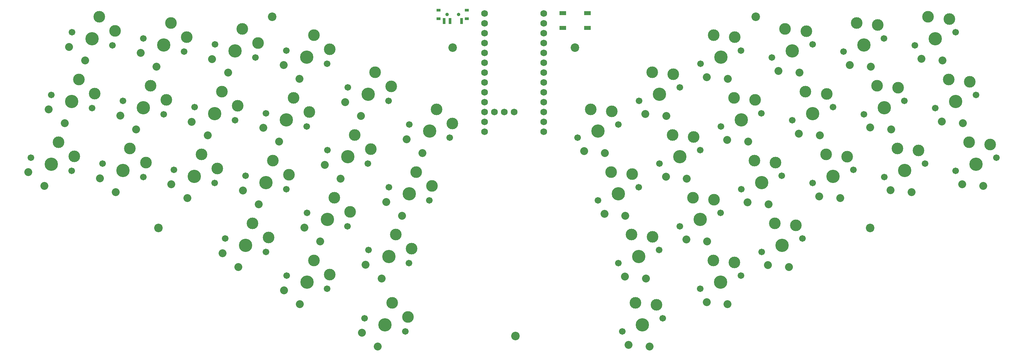
<source format=gts>
G04 #@! TF.GenerationSoftware,KiCad,Pcbnew,8.0.4*
G04 #@! TF.CreationDate,2024-08-25T16:30:50+07:00*
G04 #@! TF.ProjectId,ozprey,6f7a7072-6579-42e6-9b69-6361645f7063,1.0*
G04 #@! TF.SameCoordinates,Original*
G04 #@! TF.FileFunction,Soldermask,Top*
G04 #@! TF.FilePolarity,Negative*
%FSLAX46Y46*%
G04 Gerber Fmt 4.6, Leading zero omitted, Abs format (unit mm)*
G04 Created by KiCad (PCBNEW 8.0.4) date 2024-08-25 16:30:50*
%MOMM*%
%LPD*%
G01*
G04 APERTURE LIST*
%ADD10C,1.701800*%
%ADD11C,3.000000*%
%ADD12C,3.429000*%
%ADD13C,2.032000*%
%ADD14C,2.200000*%
%ADD15R,1.700000X1.000000*%
%ADD16C,1.752600*%
%ADD17R,1.000000X0.800000*%
%ADD18C,0.900000*%
%ADD19R,0.700000X1.500000*%
G04 APERTURE END LIST*
D10*
G04 #@! TO.C,SW40*
X251759163Y-62779365D03*
D11*
X255151323Y-55420986D03*
D12*
X256989974Y-61079772D03*
D11*
X260586443Y-55968225D03*
D10*
X262220785Y-59380179D03*
D13*
X258813174Y-66691004D03*
X253408956Y-66238872D03*
G04 #@! TD*
D10*
G04 #@! TO.C,SW37*
X233342263Y-64347265D03*
D11*
X236734423Y-56988886D03*
D12*
X238573074Y-62647672D03*
D11*
X242169543Y-57536125D03*
D10*
X243803885Y-60948079D03*
D13*
X240396274Y-68258904D03*
X234992056Y-67806772D03*
G04 #@! TD*
D10*
G04 #@! TO.C,SW34*
X214925463Y-65915165D03*
D11*
X218317623Y-58556786D03*
D12*
X220156274Y-64215572D03*
D11*
X223752743Y-59104025D03*
D10*
X225387085Y-62515979D03*
D13*
X221979474Y-69826804D03*
X216575256Y-69374672D03*
G04 #@! TD*
D10*
G04 #@! TO.C,SW30*
X196508563Y-67483065D03*
D11*
X199900723Y-60124686D03*
D12*
X201739374Y-65783472D03*
D11*
X205335843Y-60671925D03*
D10*
X206970185Y-64083879D03*
D13*
X203562574Y-71394704D03*
X198158356Y-70942572D03*
G04 #@! TD*
D10*
G04 #@! TO.C,SW26*
X180687363Y-77039765D03*
D11*
X184079523Y-69681386D03*
D12*
X185918174Y-75340172D03*
D11*
X189514643Y-70228625D03*
D10*
X191148985Y-73640579D03*
D13*
X187741374Y-80951404D03*
X182337156Y-80499272D03*
G04 #@! TD*
D10*
G04 #@! TO.C,SW22*
X164866263Y-86596465D03*
D11*
X168258423Y-79238086D03*
D12*
X170097074Y-84896872D03*
D11*
X173693543Y-79785325D03*
D10*
X175327885Y-83197279D03*
D13*
X171920274Y-90508104D03*
X166516056Y-90055972D03*
G04 #@! TD*
D10*
G04 #@! TO.C,SW18*
X121492663Y-83197279D03*
D11*
X128562125Y-79238086D03*
D12*
X126723474Y-84896872D03*
D11*
X132637570Y-82875495D03*
D10*
X131954285Y-86596465D03*
D13*
X124900274Y-90508104D03*
X120793927Y-86965802D03*
G04 #@! TD*
D10*
G04 #@! TO.C,SW14*
X105671463Y-73640579D03*
D11*
X112740925Y-69681386D03*
D12*
X110902274Y-75340172D03*
D11*
X116816370Y-73318795D03*
D10*
X116133085Y-77039765D03*
D13*
X109079074Y-80951404D03*
X104972727Y-77409102D03*
G04 #@! TD*
D10*
G04 #@! TO.C,SW10*
X89850363Y-64083879D03*
D11*
X96919825Y-60124686D03*
D12*
X95081174Y-65783472D03*
D11*
X100995270Y-63762095D03*
D10*
X100311985Y-67483065D03*
D13*
X93257974Y-71394704D03*
X89151627Y-67852402D03*
G04 #@! TD*
D10*
G04 #@! TO.C,SW7*
X71433463Y-62515979D03*
D11*
X78502925Y-58556786D03*
D12*
X76664274Y-64215572D03*
D11*
X82578370Y-62194195D03*
D10*
X81895085Y-65915165D03*
D13*
X74841074Y-69826804D03*
X70734727Y-66284502D03*
G04 #@! TD*
D10*
G04 #@! TO.C,SW4*
X53016563Y-60948079D03*
D11*
X60086025Y-56988886D03*
D12*
X58247374Y-62647672D03*
D11*
X64161470Y-60626295D03*
D10*
X63478185Y-64347265D03*
D13*
X56424174Y-68258904D03*
X52317827Y-64716602D03*
G04 #@! TD*
D10*
G04 #@! TO.C,SW1*
X34599663Y-59380179D03*
D11*
X41669125Y-55420986D03*
D12*
X39830474Y-61079772D03*
D11*
X45744570Y-59058395D03*
D10*
X45061285Y-62779365D03*
D13*
X38007274Y-66691004D03*
X33900927Y-63148702D03*
G04 #@! TD*
D10*
G04 #@! TO.C,SW41*
X257012463Y-78947365D03*
D11*
X260404623Y-71588986D03*
D12*
X262243274Y-77247772D03*
D11*
X265839743Y-72136225D03*
D10*
X267474085Y-75548179D03*
D13*
X264066474Y-82859004D03*
X258662256Y-82406872D03*
G04 #@! TD*
D10*
G04 #@! TO.C,SW38*
X238595563Y-80515265D03*
D11*
X241987723Y-73156886D03*
D12*
X243826374Y-78815672D03*
D11*
X247422843Y-73704125D03*
D10*
X249057185Y-77116079D03*
D13*
X245649574Y-84426904D03*
X240245356Y-83974772D03*
G04 #@! TD*
D10*
G04 #@! TO.C,SW35*
X220178663Y-82083065D03*
D11*
X223570823Y-74724686D03*
D12*
X225409474Y-80383472D03*
D11*
X229005943Y-75271925D03*
D10*
X230640285Y-78683879D03*
D13*
X227232674Y-85994704D03*
X221828456Y-85542572D03*
G04 #@! TD*
D10*
G04 #@! TO.C,SW31*
X201761863Y-83650965D03*
D11*
X205154023Y-76292586D03*
D12*
X206992674Y-81951372D03*
D11*
X210589143Y-76839825D03*
D10*
X212223485Y-80251779D03*
D13*
X208815874Y-87562604D03*
X203411656Y-87110472D03*
G04 #@! TD*
D10*
G04 #@! TO.C,SW27*
X185940663Y-93207765D03*
D11*
X189332823Y-85849386D03*
D12*
X191171474Y-91508172D03*
D11*
X194767943Y-86396625D03*
D10*
X196402285Y-89808579D03*
D13*
X192994674Y-97119404D03*
X187590456Y-96667272D03*
G04 #@! TD*
D10*
G04 #@! TO.C,SW23*
X170119563Y-102764465D03*
D11*
X173511723Y-95406086D03*
D12*
X175350374Y-101064872D03*
D11*
X178946843Y-95953325D03*
D10*
X180581185Y-99365279D03*
D13*
X177173574Y-106676104D03*
X171769356Y-106223972D03*
G04 #@! TD*
D10*
G04 #@! TO.C,SW19*
X116239363Y-99365279D03*
D11*
X123308825Y-95406086D03*
D12*
X121470174Y-101064872D03*
D11*
X127384270Y-99043495D03*
D10*
X126700985Y-102764465D03*
D13*
X119646974Y-106676104D03*
X115540627Y-103133802D03*
G04 #@! TD*
D10*
G04 #@! TO.C,SW15*
X100418163Y-89808579D03*
D11*
X107487625Y-85849386D03*
D12*
X105648974Y-91508172D03*
D11*
X111563070Y-89486795D03*
D10*
X110879785Y-93207765D03*
D13*
X103825774Y-97119404D03*
X99719427Y-93577102D03*
G04 #@! TD*
D10*
G04 #@! TO.C,SW11*
X84597063Y-80251779D03*
D11*
X91666525Y-76292586D03*
D12*
X89827874Y-81951372D03*
D11*
X95741970Y-79929995D03*
D10*
X95058685Y-83650965D03*
D13*
X88004674Y-87562604D03*
X83898327Y-84020302D03*
G04 #@! TD*
D10*
G04 #@! TO.C,SW8*
X66180163Y-78683879D03*
D11*
X73249625Y-74724686D03*
D12*
X71410974Y-80383472D03*
D11*
X77325070Y-78362095D03*
D10*
X76641785Y-82083065D03*
D13*
X69587774Y-85994704D03*
X65481427Y-82452402D03*
G04 #@! TD*
D10*
G04 #@! TO.C,SW5*
X47763263Y-77116079D03*
D11*
X54832725Y-73156886D03*
D12*
X52994074Y-78815672D03*
D11*
X58908170Y-76794295D03*
D10*
X58224885Y-80515265D03*
D13*
X51170874Y-84426904D03*
X47064527Y-80884602D03*
G04 #@! TD*
D10*
G04 #@! TO.C,SW2*
X29346363Y-75548179D03*
D11*
X36415825Y-71588986D03*
D12*
X34577174Y-77247772D03*
D11*
X40491270Y-75226395D03*
D10*
X39807985Y-78947365D03*
D13*
X32753974Y-82859004D03*
X28647627Y-79316702D03*
G04 #@! TD*
D10*
G04 #@! TO.C,SW42*
X262265763Y-95115365D03*
D11*
X265657923Y-87756986D03*
D12*
X267496574Y-93415772D03*
D11*
X271093043Y-88304225D03*
D10*
X272727385Y-91716179D03*
D13*
X269319774Y-99027004D03*
X263915556Y-98574872D03*
G04 #@! TD*
D10*
G04 #@! TO.C,SW39*
X243848863Y-96683165D03*
D11*
X247241023Y-89324786D03*
D12*
X249079674Y-94983572D03*
D11*
X252676143Y-89872025D03*
D10*
X254310485Y-93283979D03*
D13*
X250902874Y-100594804D03*
X245498656Y-100142672D03*
G04 #@! TD*
D10*
G04 #@! TO.C,SW36*
X225431963Y-98251065D03*
D11*
X228824123Y-90892686D03*
D12*
X230662774Y-96551472D03*
D11*
X234259243Y-91439925D03*
D10*
X235893585Y-94851879D03*
D13*
X232485974Y-102162704D03*
X227081756Y-101710572D03*
G04 #@! TD*
D10*
G04 #@! TO.C,SW32*
X207015063Y-99818965D03*
D11*
X210407223Y-92460586D03*
D12*
X212245874Y-98119372D03*
D11*
X215842343Y-93007825D03*
D10*
X217476685Y-96419779D03*
D13*
X214069074Y-103730604D03*
X208664856Y-103278472D03*
G04 #@! TD*
D10*
G04 #@! TO.C,SW28*
X191193963Y-109375665D03*
D11*
X194586123Y-102017286D03*
D12*
X196424774Y-107676072D03*
D11*
X200021243Y-102564525D03*
D10*
X201655585Y-105976479D03*
D13*
X198247974Y-113287304D03*
X192843756Y-112835172D03*
G04 #@! TD*
D10*
G04 #@! TO.C,SW24*
X175372863Y-118932465D03*
D11*
X178765023Y-111574086D03*
D12*
X180603674Y-117232872D03*
D11*
X184200143Y-112121325D03*
D10*
X185834485Y-115533279D03*
D13*
X182426874Y-122844104D03*
X177022656Y-122391972D03*
G04 #@! TD*
D10*
G04 #@! TO.C,SW20*
X110986063Y-115533279D03*
D11*
X118055525Y-111574086D03*
D12*
X116216874Y-117232872D03*
D11*
X122130970Y-115211495D03*
D10*
X121447685Y-118932465D03*
D13*
X114393674Y-122844104D03*
X110287327Y-119301802D03*
G04 #@! TD*
D10*
G04 #@! TO.C,SW16*
X95164863Y-105976479D03*
D11*
X102234325Y-102017286D03*
D12*
X100395674Y-107676072D03*
D11*
X106309770Y-105654695D03*
D10*
X105626485Y-109375665D03*
D13*
X98572474Y-113287304D03*
X94466127Y-109745002D03*
G04 #@! TD*
D10*
G04 #@! TO.C,SW12*
X79343763Y-96419779D03*
D11*
X86413225Y-92460586D03*
D12*
X84574574Y-98119372D03*
D11*
X90488670Y-96097995D03*
D10*
X89805385Y-99818965D03*
D13*
X82751374Y-103730604D03*
X78645027Y-100188302D03*
G04 #@! TD*
D10*
G04 #@! TO.C,SW9*
X60926863Y-94851879D03*
D11*
X67996325Y-90892686D03*
D12*
X66157674Y-96551472D03*
D11*
X72071770Y-94530095D03*
D10*
X71388485Y-98251065D03*
D13*
X64334474Y-102162704D03*
X60228127Y-98620402D03*
G04 #@! TD*
D10*
G04 #@! TO.C,SW6*
X42509963Y-93283979D03*
D11*
X49579425Y-89324786D03*
D12*
X47740774Y-94983572D03*
D11*
X53654870Y-92962195D03*
D10*
X52971585Y-96683165D03*
D13*
X45917574Y-100594804D03*
X41811227Y-97052502D03*
G04 #@! TD*
D10*
G04 #@! TO.C,SW3*
X24093063Y-91716179D03*
D11*
X31162525Y-87756986D03*
D12*
X29323874Y-93415772D03*
D11*
X35237970Y-91394395D03*
D10*
X34554685Y-95115365D03*
D13*
X27500674Y-99027004D03*
X23394327Y-95484702D03*
G04 #@! TD*
D10*
G04 #@! TO.C,SW33*
X212268363Y-115986865D03*
D11*
X215660523Y-108628486D03*
D12*
X217499174Y-114287272D03*
D11*
X221095643Y-109175725D03*
D10*
X222729985Y-112587679D03*
D13*
X219322374Y-119898504D03*
X213918156Y-119446372D03*
G04 #@! TD*
D10*
G04 #@! TO.C,SW29*
X196447263Y-125543665D03*
D11*
X199839423Y-118185286D03*
D12*
X201678074Y-123844072D03*
D11*
X205274543Y-118732525D03*
D10*
X206908885Y-122144479D03*
D13*
X203501274Y-129455304D03*
X198097056Y-129003172D03*
G04 #@! TD*
D10*
G04 #@! TO.C,SW21*
X110012563Y-133091779D03*
D11*
X117082025Y-129132586D03*
D12*
X115243374Y-134791372D03*
D11*
X121157470Y-132769995D03*
D10*
X120474185Y-136490965D03*
D13*
X113420174Y-140402604D03*
X109313827Y-136860302D03*
G04 #@! TD*
D10*
G04 #@! TO.C,SW17*
X89911663Y-122144479D03*
D11*
X96981125Y-118185286D03*
D12*
X95142474Y-123844072D03*
D11*
X101056570Y-121822695D03*
D10*
X100373285Y-125543665D03*
D13*
X93319274Y-129455304D03*
X89212927Y-125913002D03*
G04 #@! TD*
D10*
G04 #@! TO.C,SW25*
X176346363Y-136490965D03*
D11*
X179738523Y-129132586D03*
D12*
X181577174Y-134791372D03*
D11*
X185173643Y-129679825D03*
D10*
X186807985Y-133091779D03*
D13*
X183400374Y-140402604D03*
X177996156Y-139950472D03*
G04 #@! TD*
D10*
G04 #@! TO.C,SW13*
X74090463Y-112587679D03*
D11*
X81159925Y-108628486D03*
D12*
X79321274Y-114287272D03*
D11*
X85235370Y-112265895D03*
D10*
X84552085Y-115986865D03*
D13*
X77498074Y-119898504D03*
X73391727Y-116356202D03*
G04 #@! TD*
D14*
G04 #@! TO.C,H_M2_7*
X148894174Y-137724072D03*
G04 #@! TD*
G04 #@! TO.C,H_M2_4*
X164215469Y-63377832D03*
G04 #@! TD*
G04 #@! TO.C,H_M2_3*
X132715469Y-63377832D03*
G04 #@! TD*
G04 #@! TO.C,H_M2_5*
X210715469Y-55377832D03*
G04 #@! TD*
G04 #@! TO.C,H_M2_1*
X86215469Y-55377832D03*
G04 #@! TD*
D15*
G04 #@! TO.C,SW_RST1*
X161065469Y-54477832D03*
X167365469Y-54477832D03*
X161065469Y-58277832D03*
X167365469Y-58277832D03*
G04 #@! TD*
D16*
G04 #@! TO.C,U1*
X140881074Y-57129672D03*
X140881074Y-59669672D03*
X140881074Y-62209672D03*
X140881074Y-64749672D03*
X140881074Y-67289672D03*
X140881074Y-69829672D03*
X140881074Y-72369672D03*
X140881074Y-74909672D03*
X140881074Y-77449672D03*
X140881074Y-79989672D03*
X140881074Y-82529672D03*
X140881074Y-85069672D03*
X156121074Y-85069672D03*
X156121074Y-82529672D03*
X156121074Y-79989672D03*
X156121074Y-77449672D03*
X156121074Y-74909672D03*
X156121074Y-72369672D03*
X156121074Y-69829672D03*
X156121074Y-67289672D03*
X156121074Y-64749672D03*
X156121074Y-62209672D03*
X156121074Y-59669672D03*
X156121074Y-57129672D03*
X140881074Y-54589672D03*
X143421074Y-79989672D03*
X145961074Y-79989672D03*
X148501074Y-79989672D03*
X156121074Y-54589672D03*
G04 #@! TD*
D14*
G04 #@! TO.C,H_M2_2*
X56894174Y-109877832D03*
G04 #@! TD*
D17*
G04 #@! TO.C,SW_PWR1*
X136365469Y-55879672D03*
X136365469Y-53669672D03*
D18*
X134215469Y-54769672D03*
X131215469Y-54769672D03*
D17*
X129065469Y-55879672D03*
X129065469Y-53669672D03*
D19*
X134965469Y-56529672D03*
X131965469Y-56529672D03*
X130465469Y-56529672D03*
G04 #@! TD*
D14*
G04 #@! TO.C,H_M2_6*
X240215469Y-109877832D03*
G04 #@! TD*
M02*

</source>
